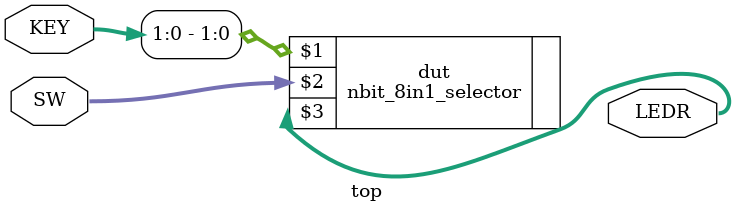
<source format=v>
module top (SW, KEY, LEDR);

    input wire [9:0] SW;        // DE-series switches
    input wire [3:0] KEY;       // DE-series pushbuttons

    output wire [9:0] LEDR;     // DE-series LEDs   

    nbit_8in1_selector dut (KEY[1:0], SW, LEDR);
 
endmodule


</source>
